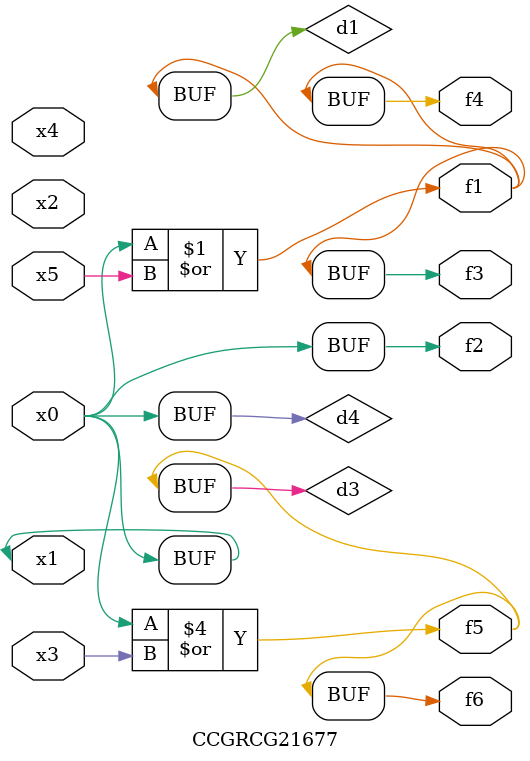
<source format=v>
module CCGRCG21677(
	input x0, x1, x2, x3, x4, x5,
	output f1, f2, f3, f4, f5, f6
);

	wire d1, d2, d3, d4;

	or (d1, x0, x5);
	xnor (d2, x1, x4);
	or (d3, x0, x3);
	buf (d4, x0, x1);
	assign f1 = d1;
	assign f2 = d4;
	assign f3 = d1;
	assign f4 = d1;
	assign f5 = d3;
	assign f6 = d3;
endmodule

</source>
